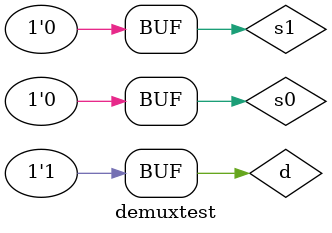
<source format=v>
`timescale 1ns/1ps // Specify the timescale

module demuxtest; // Test bench module
  reg s0, s1; // Declare select inputs s0, s1 as registers
  reg d;      // Declare input i as a register
  wire y0, y1, y2, y3; // Declare output signals d0, d1, d2, d3 as wires

  demux dm(y0, y1, y2, y3, s0, s1, d); // Instantiate the 1:4 DEMUX

  initial begin
    d = 1'b1; // Set input i to 1
    #1 s1 = 1'b0; s0 = 1'b0; // Change select inputs s1, s0 after 1 time unit
    #1 s1 = 1'b0; s0 = 1'b1; // Change select inputs after 1 more time unit
    #1 s1 = 1'b1; s0 = 1'b0; // Change select inputs after 1 more time unit
    #1 s1 = 1'b1; s0 = 1'b1; // Change select inputs after 1 more time unit
    #1 s1 = 1'b0; s0 = 1'b0; // Change select inputs after 1 more time unit
  end
endmodule

</source>
